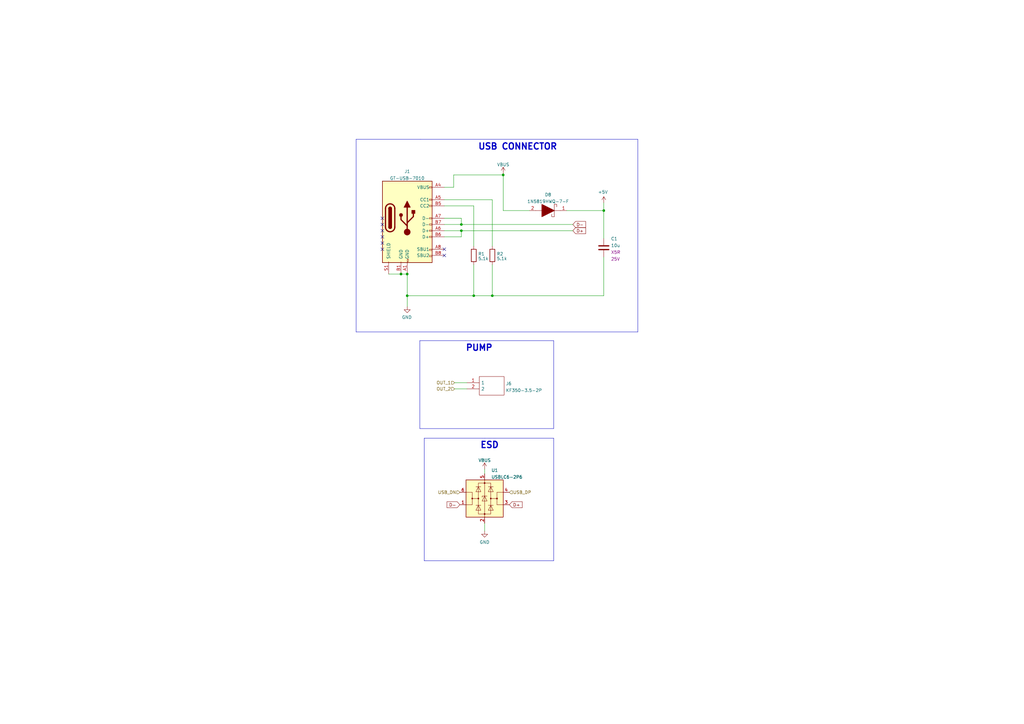
<source format=kicad_sch>
(kicad_sch (version 20230121) (generator eeschema)
  (paper "A3")
  (title_block (title "Plant Bot") (date "2022-12-10") (rev "E"))
  (lib_symbols
    (symbol "Capacitor_JLC:10u" (pin_numbers hide) (pin_names (offset 0.254))
      (property "Reference" "C" (at 0.635 2.54 0))
      (property "Value" "10u" (at 0.635 -2.54 0))
      (property "Type" "X5R" (at 5.08 2.54 0))
      (property "Voltage" "25V" (at 5.08 0 0))
      (symbol "10u_0_1"
        (polyline (pts (xy -2.032 -0.762) (xy 2.032 -0.762)) (stroke (width 0.508)))
        (polyline (pts (xy -2.032 0.762) (xy 2.032 0.762)) (stroke (width 0.508)))
      )
      (symbol "10u_1_1"
        (pin passive line (at 0 3.81 270) (length 2.794) (name "~") (number "1"))
        (pin passive line (at 0 -3.81 90) (length 2.794) (name "~") (number "2"))
      )
    )
    (symbol "Connector_JLC:GT-USB-7010" (pin_names (offset 1.016))
      (property "Reference" "J" (at -10.16 29.21 0))
      (property "Value" "GT-USB-7010" (at 10.16 29.21 0))
      (symbol "GT-USB-7010_0_0"
        (rectangle (start 0 -5.08) (end 0.508 -4.064))
        (rectangle (start 10.16 -2.54) (end 9.144 -3.048))
        (rectangle (start 10.16 0) (end 9.144 -0.508))
        (rectangle (start 10.16 5.334) (end 9.144 4.826))
        (rectangle (start 10.16 7.874) (end 9.144 7.366))
        (rectangle (start 10.16 10.414) (end 9.144 9.906))
        (rectangle (start 10.16 12.954) (end 9.144 12.446))
        (rectangle (start 10.16 18.034) (end 9.144 17.526))
        (rectangle (start 10.16 20.574) (end 9.144 20.066))
        (rectangle (start 10.16 25.654) (end 9.144 25.146))
      )
      (symbol "GT-USB-7010_0_1"
        (rectangle (start -10.16 27.94) (end 10.2108 -5.4864) (stroke (width 0.254)) (fill (type background)))
        (arc (start -8.89 9.0932) (mid -6.985 7.1965) (end -5.08 9.0932) (stroke (width 0.508)))
        (arc (start -7.62 9.0932) (mid -6.985 8.4609) (end -6.35 9.0932) (stroke (width 0.254)))
        (arc (start -7.62 9.0932) (mid -6.985 8.4609) (end -6.35 9.0932) (stroke (width 0.254)) (fill (type outline)))
        (rectangle (start -7.62 9.0932) (end -6.35 16.7132) (stroke (width 0.254)) (fill (type outline)))
        (arc (start -6.35 16.7132) (mid -6.985 17.3455) (end -7.62 16.7132) (stroke (width 0.254)))
        (arc (start -6.35 16.7132) (mid -6.985 17.3455) (end -7.62 16.7132) (stroke (width 0.254)) (fill (type outline)))
        (arc (start -5.08 16.7132) (mid -6.985 18.6099) (end -8.89 16.7132) (stroke (width 0.508)))
        (polyline (pts (xy -8.89 9.0932) (xy -8.89 16.7132)) (stroke (width 0.508)))
        (polyline (pts (xy -5.08 16.7132) (xy -5.08 9.0932)) (stroke (width 0.508)))
      )
      (symbol "GT-USB-7010_1_1"
        (circle (center -2.54 14.0462) (radius 0.635) (stroke (width 0.254)) (fill (type outline)))
        (polyline (pts (xy 0 7.0612) (xy 0 17.2212)) (stroke (width 0.508)))
        (polyline (pts (xy 0 9.6012) (xy -2.54 12.1412) (xy -2.54 13.4112)) (stroke (width 0.508)))
        (polyline (pts (xy 0 10.8712) (xy 2.54 13.4112) (xy 2.54 14.6812)) (stroke (width 0.508)))
        (polyline (pts (xy -1.27 17.2212) (xy 0 19.7612) (xy 1.27 17.2212) (xy -1.27 17.2212)) (stroke (width 0.254)) (fill (type outline)))
        (circle (center 0 7.0612) (radius 1.27) (fill (type outline)))
        (rectangle (start 1.905 14.6812) (end 3.175 15.9512) (stroke (width 0.254)) (fill (type outline)))
        (pin passive line (at 0 -10.16 90) (length 5.08) (name "GND") (number "A1"))
        (pin passive line (at 15.24 25.4 180) (length 5.08) (name "VBUS") (number "A4"))
        (pin bidirectional line (at 15.24 20.32 180) (length 5.08) (name "CC1") (number "A5"))
        (pin bidirectional line (at 15.24 7.62 180) (length 5.08) (name "D+") (number "A6"))
        (pin bidirectional line (at 15.24 12.7 180) (length 5.08) (name "D-") (number "A7"))
        (pin bidirectional line (at 15.24 0 180) (length 5.08) (name "SBU1") (number "A8"))
        (pin passive line (at 15.24 25.4 180) (length 5.08) hide (name "VBUS") (number "A9"))
        (pin passive line (at -2.54 -10.16 90) (length 5.08) (name "GND") (number "B1"))
        (pin passive line (at 15.24 25.4 180) (length 5.08) hide (name "VBUS") (number "B4"))
        (pin bidirectional line (at 15.24 17.78 180) (length 5.08) (name "CC2") (number "B5"))
        (pin bidirectional line (at 15.24 5.08 180) (length 5.08) (name "D+") (number "B6"))
        (pin bidirectional line (at 15.24 10.16 180) (length 5.08) (name "D-") (number "B7"))
        (pin bidirectional line (at 15.24 -2.54 180) (length 5.08) (name "SBU2") (number "B8"))
        (pin passive line (at 15.24 25.4 180) (length 5.08) hide (name "VBUS") (number "B9"))
        (pin passive line (at -7.62 -10.16 90) (length 5.08) (name "SHIELD") (number "S1"))
      )
    )
    (symbol "Connector_JLC:KF350-3.5-2P" (pin_names (offset 0.762))
      (property "Reference" "J" (at 16.51 7.62 0))
      (property "Value" "KF350-3.5-2P" (at 16.51 5.08 0))
      (symbol "KF350-3.5-2P_0_0"
        (pin passive line (at 0 0 0) (length 5.08) (name "1") (number "1"))
        (pin passive line (at 0 -2.54 0) (length 5.08) (name "2") (number "2"))
      )
      (symbol "KF350-3.5-2P_0_1"
        (polyline (pts (xy 5.08 2.54) (xy 15.24 2.54) (xy 15.24 -5.08) (xy 5.08 -5.08) (xy 5.08 2.54)) (stroke (width 0.1524)))
      )
    )
    (symbol "Diode_JLC:1N5819HWQ-7-F" (pin_names (offset 0.762))
      (property "Reference" "D" (at 12.7 8.89 0))
      (property "Value" "1N5819HWQ-7-F" (at 12.7 6.35 0))
      (symbol "1N5819HWQ-7-F_0_0"
        (pin passive line (at 2.54 0 0) (length 2.54) (name "~") (number "1"))
        (pin passive line (at 17.78 0 180) (length 2.54) (name "~") (number "2"))
      )
      (symbol "1N5819HWQ-7-F_0_1"
        (polyline (pts (xy 5.08 0) (xy 7.62 0)) (stroke (width 0.1524)))
        (polyline (pts (xy 7.62 2.54) (xy 7.62 -2.54)) (stroke (width 0.1524)))
        (polyline (pts (xy 12.7 0) (xy 15.24 0)) (stroke (width 0.1524)))
        (polyline (pts (xy 7.62 -2.54) (xy 6.604 -2.54) (xy 6.604 -1.524)) (stroke (width 0.1524)))
        (polyline (pts (xy 7.62 2.54) (xy 8.636 2.54) (xy 8.636 1.524)) (stroke (width 0.1524)))
        (polyline (pts (xy 7.62 0) (xy 12.7 2.54) (xy 12.7 -2.54) (xy 7.62 0)) (stroke (width 0.254)) (fill (type outline)))
      )
    )
    (symbol "Diode_JLC:USBLC6-2P6" (pin_names hide)
      (property "Reference" "U" (at 2.54 8.89 0))
      (property "Value" "USBLC6-2P6" (at 2.54 -8.89 0))
      (symbol "USBLC6-2P6_0_1"
        (rectangle (start -7.62 -7.62) (end 7.62 7.62) (stroke (width 0.254)) (fill (type background)))
        (circle (center -5.08 0) (radius 0.254) (fill (type outline)))
        (circle (center -2.54 0) (radius 0.254) (fill (type outline)))
        (rectangle (start -2.54 6.35) (end 2.54 -6.35))
        (circle (center 0 -6.35) (radius 0.254) (fill (type outline)))
        (polyline (pts (xy -5.08 -2.54) (xy -7.62 -2.54)))
        (polyline (pts (xy -5.08 0) (xy -5.08 -2.54)))
        (polyline (pts (xy -5.08 2.54) (xy -7.62 2.54)))
        (polyline (pts (xy -1.524 -2.794) (xy -3.556 -2.794)))
        (polyline (pts (xy -1.524 4.826) (xy -3.556 4.826)))
        (polyline (pts (xy 0 -7.62) (xy 0 -6.35)))
        (polyline (pts (xy 0 -6.35) (xy 0 1.27)))
        (polyline (pts (xy 0 1.27) (xy 0 6.35)))
        (polyline (pts (xy 0 6.35) (xy 0 7.62)))
        (polyline (pts (xy 1.524 -2.794) (xy 3.556 -2.794)))
        (polyline (pts (xy 1.524 4.826) (xy 3.556 4.826)))
        (polyline (pts (xy 5.08 -2.54) (xy 7.62 -2.54)))
        (polyline (pts (xy 5.08 0) (xy 5.08 -2.54)))
        (polyline (pts (xy 5.08 2.54) (xy 7.62 2.54)))
        (polyline (pts (xy -2.54 0) (xy -5.08 0) (xy -5.08 2.54)))
        (polyline (pts (xy 2.54 0) (xy 5.08 0) (xy 5.08 2.54)))
        (polyline (pts (xy -3.556 -4.826) (xy -1.524 -4.826) (xy -2.54 -2.794) (xy -3.556 -4.826)))
        (polyline (pts (xy -3.556 2.794) (xy -1.524 2.794) (xy -2.54 4.826) (xy -3.556 2.794)))
        (polyline (pts (xy -1.016 -1.016) (xy 1.016 -1.016) (xy 0 1.016) (xy -1.016 -1.016)))
        (polyline (pts (xy 1.016 1.016) (xy 0.762 1.016) (xy -1.016 1.016) (xy -1.016 0.508)))
        (polyline (pts (xy 3.556 -4.826) (xy 1.524 -4.826) (xy 2.54 -2.794) (xy 3.556 -4.826)))
        (polyline (pts (xy 3.556 2.794) (xy 1.524 2.794) (xy 2.54 4.826) (xy 3.556 2.794)))
        (circle (center 0 6.35) (radius 0.254) (fill (type outline)))
        (circle (center 2.54 0) (radius 0.254) (fill (type outline)))
        (circle (center 5.08 0) (radius 0.254) (fill (type outline)))
      )
      (symbol "USBLC6-2P6_1_1"
        (pin passive line (at -10.16 -2.54 0) (length 2.54) (name "I/O1") (number "1"))
        (pin passive line (at 0 -10.16 90) (length 2.54) (name "GND") (number "2"))
        (pin passive line (at 10.16 -2.54 180) (length 2.54) (name "I/O2") (number "3"))
        (pin passive line (at 10.16 2.54 180) (length 2.54) (name "I/O2") (number "4"))
        (pin passive line (at 0 10.16 270) (length 2.54) (name "VBUS") (number "5"))
        (pin passive line (at -10.16 2.54 0) (length 2.54) (name "I/O1") (number "6"))
      )
    )
    (symbol "Resistor_JLC:5.1k" (pin_numbers hide) (pin_names (offset 0))
      (property "Reference" "R" (at 2.032 0 90))
      (property "Value" "5.1k" (at 0 0 90))
      (symbol "5.1k_0_1"
        (rectangle (start -1.016 -2.54) (end 1.016 2.54) (stroke (width 0.254)))
      )
      (symbol "5.1k_1_1"
        (pin passive line (at 0 3.81 270) (length 1.27) (name "~") (number "1"))
        (pin passive line (at 0 -3.81 90) (length 1.27) (name "~") (number "2"))
      )
    )
    (symbol "power:+5V" (power) (pin_names (offset 0))
      (property "Value" "+5V" (at 0 3.556 0))
      (symbol "+5V_0_1"
        (polyline (pts (xy -0.762 1.27) (xy 0 2.54)))
        (polyline (pts (xy 0 0) (xy 0 2.54)))
        (polyline (pts (xy 0 2.54) (xy 0.762 1.27)))
      )
      (symbol "+5V_1_1"
        (pin power_in line (at 0 0 90) (length 0) hide (name "+5V") (number "1"))
      )
    )
    (symbol "power:GND" (power) (pin_names (offset 0))
      (property "Value" "GND" (at 0 -3.81 0))
      (symbol "GND_0_1"
        (polyline (pts (xy 0 0) (xy 0 -1.27) (xy 1.27 -1.27) (xy 0 -2.54) (xy -1.27 -1.27) (xy 0 -1.27)))
      )
      (symbol "GND_1_1"
        (pin power_in line (at 0 0 270) (length 0) hide (name "GND") (number "1"))
      )
    )
    (symbol "power:VBUS" (power) (pin_names (offset 0))
      (property "Value" "VBUS" (at 0 3.81 0))
      (symbol "VBUS_0_1"
        (polyline (pts (xy -0.762 1.27) (xy 0 2.54)))
        (polyline (pts (xy 0 0) (xy 0 2.54)))
        (polyline (pts (xy 0 2.54) (xy 0.762 1.27)))
      )
      (symbol "VBUS_1_1"
        (pin power_in line (at 0 0 90) (length 0) hide (name "VBUS") (number "1"))
      )
    )
  )
  (junction (at 167.005 121.285))
  (junction (at 247.65 86.36))
  (junction (at 189.23 92.075))
  (junction (at 167.005 112.395))
  (junction (at 164.465 112.395))
  (junction (at 206.375 71.755))
  (junction (at 201.93 121.285))
  (junction (at 194.31 121.285))
  (junction (at 189.23 94.615))
  (no_connect (at 156.845 92.075))
  (no_connect (at 156.845 97.155))
  (no_connect (at 156.845 99.695))
  (no_connect (at 156.845 94.615))
  (no_connect (at 156.845 89.535))
  (no_connect (at 156.845 102.235))
  (no_connect (at 182.245 102.235))
  (no_connect (at 182.245 104.775))
  (wire (pts (xy 167.005 121.285) (xy 194.31 121.285)))
  (wire (pts (xy 247.65 86.36) (xy 247.65 97.79)))
  (wire (pts (xy 182.245 76.835) (xy 186.055 76.835)))
  (wire (pts (xy 186.055 76.835) (xy 186.055 71.755)))
  (wire (pts (xy 189.23 92.075) (xy 234.95 92.075)))
  (polyline (pts (xy 198.882 179.705) (xy 227.076 179.705)))
  (polyline (pts (xy 146.05 136.144) (xy 146.05 57.15)))
  (polyline (pts (xy 227.076 179.705) (xy 227.076 229.997)))
  (polyline (pts (xy 172.466 57.15) (xy 261.62 57.15)))
  (wire (pts (xy 159.385 112.395) (xy 164.465 112.395)))
  (wire (pts (xy 182.245 92.075) (xy 189.23 92.075)))
  (wire (pts (xy 247.65 105.41) (xy 247.65 121.285)))
  (wire (pts (xy 198.755 192.405) (xy 198.755 194.31)))
  (wire (pts (xy 194.31 100.965) (xy 194.31 84.455)))
  (polyline (pts (xy 227.076 229.997) (xy 173.99 229.997)))
  (wire (pts (xy 167.005 112.395) (xy 167.005 121.285)))
  (wire (pts (xy 201.93 121.285) (xy 247.65 121.285)))
  (wire (pts (xy 206.375 71.755) (xy 206.375 86.36)))
  (wire (pts (xy 186.436 159.512) (xy 191.516 159.512)))
  (wire (pts (xy 189.23 89.535) (xy 189.23 92.075)))
  (polyline (pts (xy 261.62 57.15) (xy 261.62 136.144)))
  (wire (pts (xy 206.375 71.12) (xy 206.375 71.755)))
  (wire (pts (xy 182.245 94.615) (xy 189.23 94.615)))
  (polyline (pts (xy 227.076 175.768) (xy 172.212 175.768)))
  (wire (pts (xy 182.245 81.915) (xy 201.93 81.915)))
  (polyline (pts (xy 172.212 175.768) (xy 172.212 139.7)))
  (polyline (pts (xy 261.62 136.144) (xy 146.05 136.144)))
  (wire (pts (xy 186.436 156.972) (xy 191.516 156.972)))
  (polyline (pts (xy 227.076 139.7) (xy 227.076 175.768)))
  (polyline (pts (xy 146.05 57.15) (xy 172.466 57.15)))
  (wire (pts (xy 186.055 71.755) (xy 206.375 71.755)))
  (wire (pts (xy 201.93 108.585) (xy 201.93 121.285)))
  (polyline (pts (xy 173.99 229.997) (xy 173.99 179.705)))
  (wire (pts (xy 189.23 94.615) (xy 189.23 97.155)))
  (wire (pts (xy 189.23 97.155) (xy 182.245 97.155)))
  (wire (pts (xy 164.465 112.395) (xy 167.005 112.395)))
  (polyline (pts (xy 173.99 179.705) (xy 198.882 179.705)))
  (wire (pts (xy 194.31 84.455) (xy 182.245 84.455)))
  (wire (pts (xy 201.93 81.915) (xy 201.93 100.965)))
  (wire (pts (xy 167.005 121.285) (xy 167.005 125.73)))
  (wire (pts (xy 206.375 86.36) (xy 217.17 86.36)))
  (wire (pts (xy 232.41 86.36) (xy 247.65 86.36)))
  (wire (pts (xy 189.23 94.615) (xy 234.95 94.615)))
  (wire (pts (xy 247.65 83.185) (xy 247.65 86.36)))
  (wire (pts (xy 194.31 108.585) (xy 194.31 121.285)))
  (wire (pts (xy 198.755 214.63) (xy 198.755 217.805)))
  (polyline (pts (xy 191.008 139.7) (xy 227.076 139.7)))
  (polyline (pts (xy 172.212 139.7) (xy 191.008 139.7)))
  (wire (pts (xy 194.31 121.285) (xy 201.93 121.285)))
  (wire (pts (xy 182.245 89.535) (xy 189.23 89.535)))
  (text "PUMP" (at 190.881 144.272 0) (effects (font (size 2.54 2.54) (thickness 0.508) bold) (justify left bottom)))
  (text "ESD" (at 196.85 184.15 0) (effects (font (size 2.54 2.54) (thickness 0.508) bold) (justify left bottom)))
  (text "USB CONNECTOR" (at 195.961 61.722 0) (effects (font (size 2.54 2.54) (thickness 0.508) bold) (justify left bottom)))
  (global_label "D+" (shape input) (at 208.915 207.01 0) (property "Intersheetrefs" "${INTERSHEET_REFS}" (effects hide)))
  (global_label "D+" (shape input) (at 234.95 94.615 0) (property "Intersheetrefs" "${INTERSHEET_REFS}" (effects hide)))
  (global_label "D-" (shape input) (at 188.595 207.01 180) (property "Intersheetrefs" "${INTERSHEET_REFS}" (effects hide)))
  (global_label "D-" (shape input) (at 234.95 92.075 0) (property "Intersheetrefs" "${INTERSHEET_REFS}" (effects hide)))
  (hierarchical_label "OUT_2" (shape input) (at 186.436 159.512 180))
  (hierarchical_label "USB_DP" (shape input) (at 208.915 201.93 0))
  (hierarchical_label "USB_DN" (shape input) (at 188.595 201.93 180))
  (hierarchical_label "OUT_1" (shape input) (at 186.436 156.972 180))
  (symbol (lib_id "Connector_JLC:GT-USB-7010") (at 167.005 102.235 0) (unit 1)
    (property "Reference" "J1" (at 167.0304 70.3285 0))
    (property "Value" "GT-USB-7010" (at 167.0304 73.1036 0))
    (property "Footprint" "Connectors_JT:GT-USB-7010A" (effects hide))
    (property "Datasheet" "https://www.dg-switch.com/uploads/soft/190828/GT-USB-7010X.pdf" (effects hide))
    (property "LCSC" "C963370" (effects hide))
  )
  (symbol (lib_id "power:GND") (at 167.005 125.73 0) (mirror y) (unit 1)
    (property "Reference" "#PWR0103" (effects hide))
    (property "Value" "GND" (at 166.878 130.1242 0))
  )
  (symbol (lib_id "Diode_JLC:USBLC6-2P6") (at 198.755 204.47 0) (unit 1)
    (property "Reference" "U1" (at 201.5237 192.8835 0) (effects (justify left)))
    (property "Value" "USBLC6-2P6" (at 201.5237 195.6586 0) (effects (justify left)))
    (property "Footprint" "Package_TO_SOT_SMD:SOT-666" (effects hide))
    (property "Datasheet" "https://datasheet.lcsc.com/lcsc/2108132230_TECH-PUBLIC-USBLC6-2P6_C2827693.pdf" (effects hide))
    (property "LCSC" "C2827693" (effects hide))
  )
  (symbol (lib_id "Resistor_JLC:5.1k") (at 201.93 104.775 0) (unit 1)
    (property "Reference" "R2" (at 203.708 104.1313 0) (effects (justify left)))
    (property "Value" "5.1k" (at 203.708 106.0523 0) (effects (justify left)))
    (property "Footprint" "Resistor_SMD:R_0402_1005Metric" (effects hide))
    (property "LCSC" "C2906948" (effects hide))
  )
  (symbol (lib_id "power:VBUS") (at 198.755 192.405 0) (unit 1)
    (property "Reference" "#PWR0132" (effects hide))
    (property "Value" "VBUS" (at 198.755 188.8005 0))
  )
  (symbol (lib_id "Resistor_JLC:5.1k") (at 194.31 104.775 0) (unit 1)
    (property "Reference" "R1" (at 196.088 104.1313 0) (effects (justify left)))
    (property "Value" "5.1k" (at 196.088 106.0523 0) (effects (justify left)))
    (property "Footprint" "Resistor_SMD:R_0402_1005Metric" (effects hide))
    (property "LCSC" "C2906948" (effects hide))
  )
  (symbol (lib_id "Connector_JLC:KF350-3.5-2P") (at 191.516 156.972 0) (unit 1)
    (property "Reference" "J6" (at 207.4672 157.3335 0) (effects (justify left)))
    (property "Value" "KF350-3.5-2P" (at 207.4672 160.1086 0) (effects (justify left)))
    (property "Footprint" "KF350352P" (effects hide))
    (property "Datasheet" "https://datasheet.lcsc.com/szlcsc/2001160007_Cixi-Kefa-Elec-KF350-3-5-2P_C474892.pdf" (effects hide))
    (property "Description" "P=3.5mm Screw terminal RoHS 2 Pos" (effects hide))
    (property "Height" "8.8" (effects hide))
    (property "Manufacturer_Name" "CIXI KEFA ELECTRONICS" (effects hide))
    (property "Manufacturer_Part_Number" "KF350-3.5-2P" (effects hide))
    (property "LCSC" "C474892" (effects hide))
  )
  (symbol (lib_id "Capacitor_JLC:10u") (at 247.65 101.6 0) (unit 1)
    (property "Reference" "C1" (at 250.571 97.9164 0) (effects (justify left)))
    (property "Value" "10u" (at 250.571 100.6915 0) (effects (justify left)))
    (property "Footprint" "Capacitor_SMD:C_0805_2012Metric" (effects hide))
    (property "Type" "X5R" (at 250.571 103.4666 0) (effects (justify left)))
    (property "LCSC" "C15850" (effects hide))
    (property "Voltage" "25V" (at 250.571 106.2417 0) (effects (justify left)))
  )
  (symbol (lib_id "power:GND") (at 198.755 217.805 0) (unit 1)
    (property "Reference" "#PWR0153" (effects hide))
    (property "Value" "GND" (at 198.755 222.3675 0))
  )
  (symbol (lib_id "power:VBUS") (at 206.375 71.12 0) (unit 1)
    (property "Reference" "#PWR0149" (effects hide))
    (property "Value" "VBUS" (at 206.375 67.5155 0))
  )
  (symbol (lib_id "power:+5V") (at 247.65 83.185 0) (mirror y) (unit 1)
    (property "Reference" "#PWR0102" (effects hide))
    (property "Value" "+5V" (at 247.269 78.7908 0))
  )
  (symbol (lib_id "Diode_JLC:1N5819HWQ-7-F") (at 234.95 86.36 180) (unit 1)
    (property "Reference" "D8" (at 224.79 79.8535 0))
    (property "Value" "1N5819HWQ-7-F" (at 224.79 82.6286 0))
    (property "Footprint" "SOD3716X145N" (effects hide))
    (property "Datasheet" "https://eu.mouser.com/datasheet/2/115/ds30217-1532212.pdf" (effects hide))
    (property "Description" "Schottky Diodes & Rectifiers Schottky Rectifier" (effects hide))
    (property "Height" "1.45" (effects hide))
    (property "Manufacturer_Name" "Diodes Inc." (effects hide))
    (property "Manufacturer_Part_Number" "1N5819HWQ-7-F" (effects hide))
    (property "Mouser Part Number" "621-1N5819HWQ-7-F" (effects hide))
    (property "Mouser Price/Stock" "https://www.mouser.co.uk/ProductDetail/Diodes-Incorporated/1N5819HWQ-7-F?qs=gZXFycFWdAPDr8BmsK1ygg%3D%3D" (effects hide))
    (property "Arrow Part Number" "1N5819HWQ-7-F" (effects hide))
    (property "Arrow Price/Stock" "https://www.arrow.com/en/products/1n5819hwq-7-f/diodes-incorporated?region=nac" (effects hide))
    (property "LCSC" "C2905649" (effects hide))
  )
)
</source>
